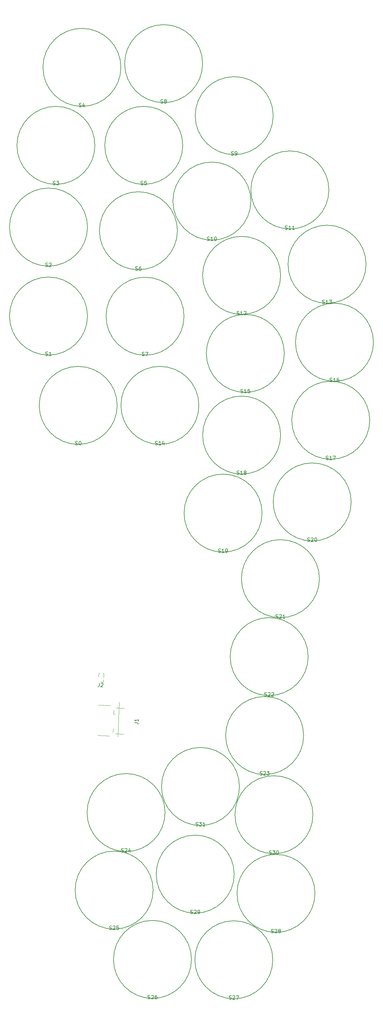
<source format=gto>
G04 #@! TF.GenerationSoftware,KiCad,Pcbnew,(5.0.0)*
G04 #@! TF.CreationDate,2020-01-29T13:44:41+01:00*
G04 #@! TF.ProjectId,Insole_PCB,496E736F6C655F5043422E6B69636164,rev?*
G04 #@! TF.SameCoordinates,Original*
G04 #@! TF.FileFunction,Legend,Top*
G04 #@! TF.FilePolarity,Positive*
%FSLAX46Y46*%
G04 Gerber Fmt 4.6, Leading zero omitted, Abs format (unit mm)*
G04 Created by KiCad (PCBNEW (5.0.0)) date 01/29/20 13:44:41*
%MOMM*%
%LPD*%
G01*
G04 APERTURE LIST*
%ADD10C,0.120000*%
%ADD11C,0.010000*%
%ADD12C,0.200000*%
%ADD13C,0.150000*%
G04 APERTURE END LIST*
D10*
G04 #@! TO.C,J2*
X187504977Y-193592519D02*
X186811670Y-193544038D01*
X187552760Y-192909188D02*
X187504977Y-193592519D01*
X186300442Y-192134944D02*
X186213929Y-192128895D01*
X187600543Y-192225856D02*
X187514030Y-192219807D01*
X186213929Y-192128895D02*
X186274966Y-191256026D01*
X187600543Y-192225856D02*
X187661580Y-191352988D01*
X186574741Y-191276989D02*
X186274966Y-191256026D01*
X187661580Y-191352988D02*
X187361805Y-191332026D01*
D11*
G04 #@! TO.C,J1*
X191037937Y-200592742D02*
X193186628Y-200667776D01*
X190747161Y-207486794D02*
X192945821Y-207563573D01*
X191420560Y-208260767D02*
X191746871Y-198916462D01*
D10*
X186213577Y-199773875D02*
X189441609Y-199886601D01*
X190328814Y-201128320D02*
X190291123Y-202207662D01*
X190144672Y-206114932D02*
X190106980Y-207194274D01*
X185927401Y-207968880D02*
X189155433Y-208081606D01*
X190291123Y-202207662D02*
X190720861Y-202222669D01*
D12*
G04 #@! TO.C,S0*
X191249453Y-119110707D02*
G75*
G03X191249453Y-119110707I-10500000J0D01*
G01*
G04 #@! TO.C,S1*
X183249453Y-95060707D02*
G75*
G03X183249453Y-95060707I-10500000J0D01*
G01*
G04 #@! TO.C,S2*
X183249453Y-71110707D02*
G75*
G03X183249453Y-71110707I-10500000J0D01*
G01*
G04 #@! TO.C,S3*
X185249453Y-49110707D02*
G75*
G03X185249453Y-49110707I-10500000J0D01*
G01*
G04 #@! TO.C,S4*
X192249453Y-28110707D02*
G75*
G03X192249453Y-28110707I-10500000J0D01*
G01*
G04 #@! TO.C,S5*
X208899453Y-49110707D02*
G75*
G03X208899453Y-49110707I-10500000J0D01*
G01*
G04 #@! TO.C,S6*
X207459453Y-72100707D02*
G75*
G03X207459453Y-72100707I-10500000J0D01*
G01*
G04 #@! TO.C,S7*
X209249453Y-95110707D02*
G75*
G03X209249453Y-95110707I-10500000J0D01*
G01*
G04 #@! TO.C,S8*
X214249453Y-27110707D02*
G75*
G03X214249453Y-27110707I-10500000J0D01*
G01*
G04 #@! TO.C,S9*
X233249453Y-41110707D02*
G75*
G03X233249453Y-41110707I-10500000J0D01*
G01*
G04 #@! TO.C,S10*
X227249453Y-64110707D02*
G75*
G03X227249453Y-64110707I-10500000J0D01*
G01*
G04 #@! TO.C,S11*
X248249453Y-61110707D02*
G75*
G03X248249453Y-61110707I-10500000J0D01*
G01*
G04 #@! TO.C,S12*
X235249453Y-84110707D02*
G75*
G03X235249453Y-84110707I-10500000J0D01*
G01*
G04 #@! TO.C,S13*
X258249453Y-81110707D02*
G75*
G03X258249453Y-81110707I-10500000J0D01*
G01*
G04 #@! TO.C,S14*
X213249453Y-119110707D02*
G75*
G03X213249453Y-119110707I-10500000J0D01*
G01*
G04 #@! TO.C,S15*
X236249453Y-105110707D02*
G75*
G03X236249453Y-105110707I-10500000J0D01*
G01*
G04 #@! TO.C,S16*
X260249453Y-102110707D02*
G75*
G03X260249453Y-102110707I-10500000J0D01*
G01*
G04 #@! TO.C,S17*
X259249453Y-123110707D02*
G75*
G03X259249453Y-123110707I-10500000J0D01*
G01*
G04 #@! TO.C,S18*
X235249453Y-127110707D02*
G75*
G03X235249453Y-127110707I-10500000J0D01*
G01*
G04 #@! TO.C,S19*
X230249453Y-148110707D02*
G75*
G03X230249453Y-148110707I-10500000J0D01*
G01*
G04 #@! TO.C,S20*
X254249453Y-145110707D02*
G75*
G03X254249453Y-145110707I-10500000J0D01*
G01*
G04 #@! TO.C,S21*
X245699453Y-165760707D02*
G75*
G03X245699453Y-165760707I-10500000J0D01*
G01*
G04 #@! TO.C,S22*
X242669453Y-186740707D02*
G75*
G03X242669453Y-186740707I-10500000J0D01*
G01*
G04 #@! TO.C,S23*
X241449453Y-207990707D02*
G75*
G03X241449453Y-207990707I-10500000J0D01*
G01*
G04 #@! TO.C,S24*
X204129453Y-228730707D02*
G75*
G03X204129453Y-228730707I-10500000J0D01*
G01*
G04 #@! TO.C,S25*
X200919453Y-249600707D02*
G75*
G03X200919453Y-249600707I-10500000J0D01*
G01*
G04 #@! TO.C,S26*
X211249453Y-268260707D02*
G75*
G03X211249453Y-268260707I-10500000J0D01*
G01*
G04 #@! TO.C,S27*
X233149453Y-268360707D02*
G75*
G03X233149453Y-268360707I-10500000J0D01*
G01*
G04 #@! TO.C,S28*
X244499453Y-250480707D02*
G75*
G03X244499453Y-250480707I-10500000J0D01*
G01*
G04 #@! TO.C,S29*
X222749453Y-245310707D02*
G75*
G03X222749453Y-245310707I-10500000J0D01*
G01*
G04 #@! TO.C,S30*
X243949453Y-229310707D02*
G75*
G03X243949453Y-229310707I-10500000J0D01*
G01*
G04 #@! TO.C,S31*
X224169453Y-221710707D02*
G75*
G03X224169453Y-221710707I-10500000J0D01*
G01*
G04 #@! TO.C,J2*
D13*
X186456311Y-193847369D02*
X186406485Y-194559915D01*
X186349017Y-194699102D01*
X186247367Y-194787465D01*
X186101536Y-194825003D01*
X186006530Y-194818359D01*
X186877195Y-193972271D02*
X186928020Y-193928090D01*
X187026348Y-193887230D01*
X187263863Y-193903839D01*
X187355547Y-193957985D01*
X187399729Y-194008810D01*
X187440588Y-194107138D01*
X187433945Y-194202144D01*
X187376476Y-194341331D01*
X186766579Y-194871507D01*
X187384119Y-194914690D01*
G04 #@! TO.C,J1*
X195905234Y-204548351D02*
X196619084Y-204573279D01*
X196760193Y-204625855D01*
X196852049Y-204724359D01*
X196894653Y-204868791D01*
X196891330Y-204963971D01*
X196939524Y-203583860D02*
X196919582Y-204154940D01*
X196929553Y-203869400D02*
X195930162Y-203834501D01*
X196069608Y-203934666D01*
X196161465Y-204033170D01*
X196205731Y-204130012D01*
G04 #@! TO.C,S0*
X179987548Y-129715468D02*
X180130405Y-129763087D01*
X180368500Y-129763087D01*
X180463738Y-129715468D01*
X180511357Y-129667849D01*
X180558976Y-129572611D01*
X180558976Y-129477373D01*
X180511357Y-129382135D01*
X180463738Y-129334516D01*
X180368500Y-129286897D01*
X180178024Y-129239278D01*
X180082786Y-129191659D01*
X180035167Y-129144040D01*
X179987548Y-129048802D01*
X179987548Y-128953564D01*
X180035167Y-128858326D01*
X180082786Y-128810707D01*
X180178024Y-128763087D01*
X180416119Y-128763087D01*
X180558976Y-128810707D01*
X181178024Y-128763087D02*
X181273262Y-128763087D01*
X181368500Y-128810707D01*
X181416119Y-128858326D01*
X181463738Y-128953564D01*
X181511357Y-129144040D01*
X181511357Y-129382135D01*
X181463738Y-129572611D01*
X181416119Y-129667849D01*
X181368500Y-129715468D01*
X181273262Y-129763087D01*
X181178024Y-129763087D01*
X181082786Y-129715468D01*
X181035167Y-129667849D01*
X180987548Y-129572611D01*
X180939929Y-129382135D01*
X180939929Y-129144040D01*
X180987548Y-128953564D01*
X181035167Y-128858326D01*
X181082786Y-128810707D01*
X181178024Y-128763087D01*
G04 #@! TO.C,S1*
X171987548Y-105665468D02*
X172130405Y-105713087D01*
X172368500Y-105713087D01*
X172463738Y-105665468D01*
X172511357Y-105617849D01*
X172558976Y-105522611D01*
X172558976Y-105427373D01*
X172511357Y-105332135D01*
X172463738Y-105284516D01*
X172368500Y-105236897D01*
X172178024Y-105189278D01*
X172082786Y-105141659D01*
X172035167Y-105094040D01*
X171987548Y-104998802D01*
X171987548Y-104903564D01*
X172035167Y-104808326D01*
X172082786Y-104760707D01*
X172178024Y-104713087D01*
X172416119Y-104713087D01*
X172558976Y-104760707D01*
X173511357Y-105713087D02*
X172939929Y-105713087D01*
X173225643Y-105713087D02*
X173225643Y-104713087D01*
X173130405Y-104855945D01*
X173035167Y-104951183D01*
X172939929Y-104998802D01*
G04 #@! TO.C,S2*
X171987548Y-81715468D02*
X172130405Y-81763087D01*
X172368500Y-81763087D01*
X172463738Y-81715468D01*
X172511357Y-81667849D01*
X172558976Y-81572611D01*
X172558976Y-81477373D01*
X172511357Y-81382135D01*
X172463738Y-81334516D01*
X172368500Y-81286897D01*
X172178024Y-81239278D01*
X172082786Y-81191659D01*
X172035167Y-81144040D01*
X171987548Y-81048802D01*
X171987548Y-80953564D01*
X172035167Y-80858326D01*
X172082786Y-80810707D01*
X172178024Y-80763087D01*
X172416119Y-80763087D01*
X172558976Y-80810707D01*
X172939929Y-80858326D02*
X172987548Y-80810707D01*
X173082786Y-80763087D01*
X173320881Y-80763087D01*
X173416119Y-80810707D01*
X173463738Y-80858326D01*
X173511357Y-80953564D01*
X173511357Y-81048802D01*
X173463738Y-81191659D01*
X172892310Y-81763087D01*
X173511357Y-81763087D01*
G04 #@! TO.C,S3*
X173987548Y-59715468D02*
X174130405Y-59763087D01*
X174368500Y-59763087D01*
X174463738Y-59715468D01*
X174511357Y-59667849D01*
X174558976Y-59572611D01*
X174558976Y-59477373D01*
X174511357Y-59382135D01*
X174463738Y-59334516D01*
X174368500Y-59286897D01*
X174178024Y-59239278D01*
X174082786Y-59191659D01*
X174035167Y-59144040D01*
X173987548Y-59048802D01*
X173987548Y-58953564D01*
X174035167Y-58858326D01*
X174082786Y-58810707D01*
X174178024Y-58763087D01*
X174416119Y-58763087D01*
X174558976Y-58810707D01*
X174892310Y-58763087D02*
X175511357Y-58763087D01*
X175178024Y-59144040D01*
X175320881Y-59144040D01*
X175416119Y-59191659D01*
X175463738Y-59239278D01*
X175511357Y-59334516D01*
X175511357Y-59572611D01*
X175463738Y-59667849D01*
X175416119Y-59715468D01*
X175320881Y-59763087D01*
X175035167Y-59763087D01*
X174939929Y-59715468D01*
X174892310Y-59667849D01*
G04 #@! TO.C,S4*
X180987548Y-38715468D02*
X181130405Y-38763087D01*
X181368500Y-38763087D01*
X181463738Y-38715468D01*
X181511357Y-38667849D01*
X181558976Y-38572611D01*
X181558976Y-38477373D01*
X181511357Y-38382135D01*
X181463738Y-38334516D01*
X181368500Y-38286897D01*
X181178024Y-38239278D01*
X181082786Y-38191659D01*
X181035167Y-38144040D01*
X180987548Y-38048802D01*
X180987548Y-37953564D01*
X181035167Y-37858326D01*
X181082786Y-37810707D01*
X181178024Y-37763087D01*
X181416119Y-37763087D01*
X181558976Y-37810707D01*
X182416119Y-38096421D02*
X182416119Y-38763087D01*
X182178024Y-37715468D02*
X181939929Y-38429754D01*
X182558976Y-38429754D01*
G04 #@! TO.C,S5*
X197637548Y-59715468D02*
X197780405Y-59763087D01*
X198018500Y-59763087D01*
X198113738Y-59715468D01*
X198161357Y-59667849D01*
X198208976Y-59572611D01*
X198208976Y-59477373D01*
X198161357Y-59382135D01*
X198113738Y-59334516D01*
X198018500Y-59286897D01*
X197828024Y-59239278D01*
X197732786Y-59191659D01*
X197685167Y-59144040D01*
X197637548Y-59048802D01*
X197637548Y-58953564D01*
X197685167Y-58858326D01*
X197732786Y-58810707D01*
X197828024Y-58763087D01*
X198066119Y-58763087D01*
X198208976Y-58810707D01*
X199113738Y-58763087D02*
X198637548Y-58763087D01*
X198589929Y-59239278D01*
X198637548Y-59191659D01*
X198732786Y-59144040D01*
X198970881Y-59144040D01*
X199066119Y-59191659D01*
X199113738Y-59239278D01*
X199161357Y-59334516D01*
X199161357Y-59572611D01*
X199113738Y-59667849D01*
X199066119Y-59715468D01*
X198970881Y-59763087D01*
X198732786Y-59763087D01*
X198637548Y-59715468D01*
X198589929Y-59667849D01*
G04 #@! TO.C,S6*
X196197548Y-82705468D02*
X196340405Y-82753087D01*
X196578500Y-82753087D01*
X196673738Y-82705468D01*
X196721357Y-82657849D01*
X196768976Y-82562611D01*
X196768976Y-82467373D01*
X196721357Y-82372135D01*
X196673738Y-82324516D01*
X196578500Y-82276897D01*
X196388024Y-82229278D01*
X196292786Y-82181659D01*
X196245167Y-82134040D01*
X196197548Y-82038802D01*
X196197548Y-81943564D01*
X196245167Y-81848326D01*
X196292786Y-81800707D01*
X196388024Y-81753087D01*
X196626119Y-81753087D01*
X196768976Y-81800707D01*
X197626119Y-81753087D02*
X197435643Y-81753087D01*
X197340405Y-81800707D01*
X197292786Y-81848326D01*
X197197548Y-81991183D01*
X197149929Y-82181659D01*
X197149929Y-82562611D01*
X197197548Y-82657849D01*
X197245167Y-82705468D01*
X197340405Y-82753087D01*
X197530881Y-82753087D01*
X197626119Y-82705468D01*
X197673738Y-82657849D01*
X197721357Y-82562611D01*
X197721357Y-82324516D01*
X197673738Y-82229278D01*
X197626119Y-82181659D01*
X197530881Y-82134040D01*
X197340405Y-82134040D01*
X197245167Y-82181659D01*
X197197548Y-82229278D01*
X197149929Y-82324516D01*
G04 #@! TO.C,S7*
X197987548Y-105715468D02*
X198130405Y-105763087D01*
X198368500Y-105763087D01*
X198463738Y-105715468D01*
X198511357Y-105667849D01*
X198558976Y-105572611D01*
X198558976Y-105477373D01*
X198511357Y-105382135D01*
X198463738Y-105334516D01*
X198368500Y-105286897D01*
X198178024Y-105239278D01*
X198082786Y-105191659D01*
X198035167Y-105144040D01*
X197987548Y-105048802D01*
X197987548Y-104953564D01*
X198035167Y-104858326D01*
X198082786Y-104810707D01*
X198178024Y-104763087D01*
X198416119Y-104763087D01*
X198558976Y-104810707D01*
X198892310Y-104763087D02*
X199558976Y-104763087D01*
X199130405Y-105763087D01*
G04 #@! TO.C,S8*
X202987548Y-37715468D02*
X203130405Y-37763087D01*
X203368500Y-37763087D01*
X203463738Y-37715468D01*
X203511357Y-37667849D01*
X203558976Y-37572611D01*
X203558976Y-37477373D01*
X203511357Y-37382135D01*
X203463738Y-37334516D01*
X203368500Y-37286897D01*
X203178024Y-37239278D01*
X203082786Y-37191659D01*
X203035167Y-37144040D01*
X202987548Y-37048802D01*
X202987548Y-36953564D01*
X203035167Y-36858326D01*
X203082786Y-36810707D01*
X203178024Y-36763087D01*
X203416119Y-36763087D01*
X203558976Y-36810707D01*
X204130405Y-37191659D02*
X204035167Y-37144040D01*
X203987548Y-37096421D01*
X203939929Y-37001183D01*
X203939929Y-36953564D01*
X203987548Y-36858326D01*
X204035167Y-36810707D01*
X204130405Y-36763087D01*
X204320881Y-36763087D01*
X204416119Y-36810707D01*
X204463738Y-36858326D01*
X204511357Y-36953564D01*
X204511357Y-37001183D01*
X204463738Y-37096421D01*
X204416119Y-37144040D01*
X204320881Y-37191659D01*
X204130405Y-37191659D01*
X204035167Y-37239278D01*
X203987548Y-37286897D01*
X203939929Y-37382135D01*
X203939929Y-37572611D01*
X203987548Y-37667849D01*
X204035167Y-37715468D01*
X204130405Y-37763087D01*
X204320881Y-37763087D01*
X204416119Y-37715468D01*
X204463738Y-37667849D01*
X204511357Y-37572611D01*
X204511357Y-37382135D01*
X204463738Y-37286897D01*
X204416119Y-37239278D01*
X204320881Y-37191659D01*
G04 #@! TO.C,S9*
X221987548Y-51715468D02*
X222130405Y-51763087D01*
X222368500Y-51763087D01*
X222463738Y-51715468D01*
X222511357Y-51667849D01*
X222558976Y-51572611D01*
X222558976Y-51477373D01*
X222511357Y-51382135D01*
X222463738Y-51334516D01*
X222368500Y-51286897D01*
X222178024Y-51239278D01*
X222082786Y-51191659D01*
X222035167Y-51144040D01*
X221987548Y-51048802D01*
X221987548Y-50953564D01*
X222035167Y-50858326D01*
X222082786Y-50810707D01*
X222178024Y-50763087D01*
X222416119Y-50763087D01*
X222558976Y-50810707D01*
X223035167Y-51763087D02*
X223225643Y-51763087D01*
X223320881Y-51715468D01*
X223368500Y-51667849D01*
X223463738Y-51524992D01*
X223511357Y-51334516D01*
X223511357Y-50953564D01*
X223463738Y-50858326D01*
X223416119Y-50810707D01*
X223320881Y-50763087D01*
X223130405Y-50763087D01*
X223035167Y-50810707D01*
X222987548Y-50858326D01*
X222939929Y-50953564D01*
X222939929Y-51191659D01*
X222987548Y-51286897D01*
X223035167Y-51334516D01*
X223130405Y-51382135D01*
X223320881Y-51382135D01*
X223416119Y-51334516D01*
X223463738Y-51286897D01*
X223511357Y-51191659D01*
G04 #@! TO.C,S10*
X215511357Y-74715468D02*
X215654214Y-74763087D01*
X215892310Y-74763087D01*
X215987548Y-74715468D01*
X216035167Y-74667849D01*
X216082786Y-74572611D01*
X216082786Y-74477373D01*
X216035167Y-74382135D01*
X215987548Y-74334516D01*
X215892310Y-74286897D01*
X215701833Y-74239278D01*
X215606595Y-74191659D01*
X215558976Y-74144040D01*
X215511357Y-74048802D01*
X215511357Y-73953564D01*
X215558976Y-73858326D01*
X215606595Y-73810707D01*
X215701833Y-73763087D01*
X215939929Y-73763087D01*
X216082786Y-73810707D01*
X217035167Y-74763087D02*
X216463738Y-74763087D01*
X216749453Y-74763087D02*
X216749453Y-73763087D01*
X216654214Y-73905945D01*
X216558976Y-74001183D01*
X216463738Y-74048802D01*
X217654214Y-73763087D02*
X217749453Y-73763087D01*
X217844691Y-73810707D01*
X217892310Y-73858326D01*
X217939929Y-73953564D01*
X217987548Y-74144040D01*
X217987548Y-74382135D01*
X217939929Y-74572611D01*
X217892310Y-74667849D01*
X217844691Y-74715468D01*
X217749453Y-74763087D01*
X217654214Y-74763087D01*
X217558976Y-74715468D01*
X217511357Y-74667849D01*
X217463738Y-74572611D01*
X217416119Y-74382135D01*
X217416119Y-74144040D01*
X217463738Y-73953564D01*
X217511357Y-73858326D01*
X217558976Y-73810707D01*
X217654214Y-73763087D01*
G04 #@! TO.C,S11*
X236511357Y-71715468D02*
X236654214Y-71763087D01*
X236892310Y-71763087D01*
X236987548Y-71715468D01*
X237035167Y-71667849D01*
X237082786Y-71572611D01*
X237082786Y-71477373D01*
X237035167Y-71382135D01*
X236987548Y-71334516D01*
X236892310Y-71286897D01*
X236701833Y-71239278D01*
X236606595Y-71191659D01*
X236558976Y-71144040D01*
X236511357Y-71048802D01*
X236511357Y-70953564D01*
X236558976Y-70858326D01*
X236606595Y-70810707D01*
X236701833Y-70763087D01*
X236939929Y-70763087D01*
X237082786Y-70810707D01*
X238035167Y-71763087D02*
X237463738Y-71763087D01*
X237749453Y-71763087D02*
X237749453Y-70763087D01*
X237654214Y-70905945D01*
X237558976Y-71001183D01*
X237463738Y-71048802D01*
X238987548Y-71763087D02*
X238416119Y-71763087D01*
X238701833Y-71763087D02*
X238701833Y-70763087D01*
X238606595Y-70905945D01*
X238511357Y-71001183D01*
X238416119Y-71048802D01*
G04 #@! TO.C,S12*
X223511357Y-94715468D02*
X223654214Y-94763087D01*
X223892310Y-94763087D01*
X223987548Y-94715468D01*
X224035167Y-94667849D01*
X224082786Y-94572611D01*
X224082786Y-94477373D01*
X224035167Y-94382135D01*
X223987548Y-94334516D01*
X223892310Y-94286897D01*
X223701833Y-94239278D01*
X223606595Y-94191659D01*
X223558976Y-94144040D01*
X223511357Y-94048802D01*
X223511357Y-93953564D01*
X223558976Y-93858326D01*
X223606595Y-93810707D01*
X223701833Y-93763087D01*
X223939929Y-93763087D01*
X224082786Y-93810707D01*
X225035167Y-94763087D02*
X224463738Y-94763087D01*
X224749453Y-94763087D02*
X224749453Y-93763087D01*
X224654214Y-93905945D01*
X224558976Y-94001183D01*
X224463738Y-94048802D01*
X225416119Y-93858326D02*
X225463738Y-93810707D01*
X225558976Y-93763087D01*
X225797072Y-93763087D01*
X225892310Y-93810707D01*
X225939929Y-93858326D01*
X225987548Y-93953564D01*
X225987548Y-94048802D01*
X225939929Y-94191659D01*
X225368500Y-94763087D01*
X225987548Y-94763087D01*
G04 #@! TO.C,S13*
X246511357Y-91715468D02*
X246654214Y-91763087D01*
X246892310Y-91763087D01*
X246987548Y-91715468D01*
X247035167Y-91667849D01*
X247082786Y-91572611D01*
X247082786Y-91477373D01*
X247035167Y-91382135D01*
X246987548Y-91334516D01*
X246892310Y-91286897D01*
X246701833Y-91239278D01*
X246606595Y-91191659D01*
X246558976Y-91144040D01*
X246511357Y-91048802D01*
X246511357Y-90953564D01*
X246558976Y-90858326D01*
X246606595Y-90810707D01*
X246701833Y-90763087D01*
X246939929Y-90763087D01*
X247082786Y-90810707D01*
X248035167Y-91763087D02*
X247463738Y-91763087D01*
X247749453Y-91763087D02*
X247749453Y-90763087D01*
X247654214Y-90905945D01*
X247558976Y-91001183D01*
X247463738Y-91048802D01*
X248368500Y-90763087D02*
X248987548Y-90763087D01*
X248654214Y-91144040D01*
X248797072Y-91144040D01*
X248892310Y-91191659D01*
X248939929Y-91239278D01*
X248987548Y-91334516D01*
X248987548Y-91572611D01*
X248939929Y-91667849D01*
X248892310Y-91715468D01*
X248797072Y-91763087D01*
X248511357Y-91763087D01*
X248416119Y-91715468D01*
X248368500Y-91667849D01*
G04 #@! TO.C,S14*
X201511357Y-129715468D02*
X201654214Y-129763087D01*
X201892310Y-129763087D01*
X201987548Y-129715468D01*
X202035167Y-129667849D01*
X202082786Y-129572611D01*
X202082786Y-129477373D01*
X202035167Y-129382135D01*
X201987548Y-129334516D01*
X201892310Y-129286897D01*
X201701833Y-129239278D01*
X201606595Y-129191659D01*
X201558976Y-129144040D01*
X201511357Y-129048802D01*
X201511357Y-128953564D01*
X201558976Y-128858326D01*
X201606595Y-128810707D01*
X201701833Y-128763087D01*
X201939929Y-128763087D01*
X202082786Y-128810707D01*
X203035167Y-129763087D02*
X202463738Y-129763087D01*
X202749453Y-129763087D02*
X202749453Y-128763087D01*
X202654214Y-128905945D01*
X202558976Y-129001183D01*
X202463738Y-129048802D01*
X203892310Y-129096421D02*
X203892310Y-129763087D01*
X203654214Y-128715468D02*
X203416119Y-129429754D01*
X204035167Y-129429754D01*
G04 #@! TO.C,S15*
X224511357Y-115715468D02*
X224654214Y-115763087D01*
X224892310Y-115763087D01*
X224987548Y-115715468D01*
X225035167Y-115667849D01*
X225082786Y-115572611D01*
X225082786Y-115477373D01*
X225035167Y-115382135D01*
X224987548Y-115334516D01*
X224892310Y-115286897D01*
X224701833Y-115239278D01*
X224606595Y-115191659D01*
X224558976Y-115144040D01*
X224511357Y-115048802D01*
X224511357Y-114953564D01*
X224558976Y-114858326D01*
X224606595Y-114810707D01*
X224701833Y-114763087D01*
X224939929Y-114763087D01*
X225082786Y-114810707D01*
X226035167Y-115763087D02*
X225463738Y-115763087D01*
X225749453Y-115763087D02*
X225749453Y-114763087D01*
X225654214Y-114905945D01*
X225558976Y-115001183D01*
X225463738Y-115048802D01*
X226939929Y-114763087D02*
X226463738Y-114763087D01*
X226416119Y-115239278D01*
X226463738Y-115191659D01*
X226558976Y-115144040D01*
X226797072Y-115144040D01*
X226892310Y-115191659D01*
X226939929Y-115239278D01*
X226987548Y-115334516D01*
X226987548Y-115572611D01*
X226939929Y-115667849D01*
X226892310Y-115715468D01*
X226797072Y-115763087D01*
X226558976Y-115763087D01*
X226463738Y-115715468D01*
X226416119Y-115667849D01*
G04 #@! TO.C,S16*
X248511357Y-112715468D02*
X248654214Y-112763087D01*
X248892310Y-112763087D01*
X248987548Y-112715468D01*
X249035167Y-112667849D01*
X249082786Y-112572611D01*
X249082786Y-112477373D01*
X249035167Y-112382135D01*
X248987548Y-112334516D01*
X248892310Y-112286897D01*
X248701833Y-112239278D01*
X248606595Y-112191659D01*
X248558976Y-112144040D01*
X248511357Y-112048802D01*
X248511357Y-111953564D01*
X248558976Y-111858326D01*
X248606595Y-111810707D01*
X248701833Y-111763087D01*
X248939929Y-111763087D01*
X249082786Y-111810707D01*
X250035167Y-112763087D02*
X249463738Y-112763087D01*
X249749453Y-112763087D02*
X249749453Y-111763087D01*
X249654214Y-111905945D01*
X249558976Y-112001183D01*
X249463738Y-112048802D01*
X250892310Y-111763087D02*
X250701833Y-111763087D01*
X250606595Y-111810707D01*
X250558976Y-111858326D01*
X250463738Y-112001183D01*
X250416119Y-112191659D01*
X250416119Y-112572611D01*
X250463738Y-112667849D01*
X250511357Y-112715468D01*
X250606595Y-112763087D01*
X250797072Y-112763087D01*
X250892310Y-112715468D01*
X250939929Y-112667849D01*
X250987548Y-112572611D01*
X250987548Y-112334516D01*
X250939929Y-112239278D01*
X250892310Y-112191659D01*
X250797072Y-112144040D01*
X250606595Y-112144040D01*
X250511357Y-112191659D01*
X250463738Y-112239278D01*
X250416119Y-112334516D01*
G04 #@! TO.C,S17*
X247511357Y-133715468D02*
X247654214Y-133763087D01*
X247892310Y-133763087D01*
X247987548Y-133715468D01*
X248035167Y-133667849D01*
X248082786Y-133572611D01*
X248082786Y-133477373D01*
X248035167Y-133382135D01*
X247987548Y-133334516D01*
X247892310Y-133286897D01*
X247701833Y-133239278D01*
X247606595Y-133191659D01*
X247558976Y-133144040D01*
X247511357Y-133048802D01*
X247511357Y-132953564D01*
X247558976Y-132858326D01*
X247606595Y-132810707D01*
X247701833Y-132763087D01*
X247939929Y-132763087D01*
X248082786Y-132810707D01*
X249035167Y-133763087D02*
X248463738Y-133763087D01*
X248749453Y-133763087D02*
X248749453Y-132763087D01*
X248654214Y-132905945D01*
X248558976Y-133001183D01*
X248463738Y-133048802D01*
X249368500Y-132763087D02*
X250035167Y-132763087D01*
X249606595Y-133763087D01*
G04 #@! TO.C,S18*
X223511357Y-137715468D02*
X223654214Y-137763087D01*
X223892310Y-137763087D01*
X223987548Y-137715468D01*
X224035167Y-137667849D01*
X224082786Y-137572611D01*
X224082786Y-137477373D01*
X224035167Y-137382135D01*
X223987548Y-137334516D01*
X223892310Y-137286897D01*
X223701833Y-137239278D01*
X223606595Y-137191659D01*
X223558976Y-137144040D01*
X223511357Y-137048802D01*
X223511357Y-136953564D01*
X223558976Y-136858326D01*
X223606595Y-136810707D01*
X223701833Y-136763087D01*
X223939929Y-136763087D01*
X224082786Y-136810707D01*
X225035167Y-137763087D02*
X224463738Y-137763087D01*
X224749453Y-137763087D02*
X224749453Y-136763087D01*
X224654214Y-136905945D01*
X224558976Y-137001183D01*
X224463738Y-137048802D01*
X225606595Y-137191659D02*
X225511357Y-137144040D01*
X225463738Y-137096421D01*
X225416119Y-137001183D01*
X225416119Y-136953564D01*
X225463738Y-136858326D01*
X225511357Y-136810707D01*
X225606595Y-136763087D01*
X225797072Y-136763087D01*
X225892310Y-136810707D01*
X225939929Y-136858326D01*
X225987548Y-136953564D01*
X225987548Y-137001183D01*
X225939929Y-137096421D01*
X225892310Y-137144040D01*
X225797072Y-137191659D01*
X225606595Y-137191659D01*
X225511357Y-137239278D01*
X225463738Y-137286897D01*
X225416119Y-137382135D01*
X225416119Y-137572611D01*
X225463738Y-137667849D01*
X225511357Y-137715468D01*
X225606595Y-137763087D01*
X225797072Y-137763087D01*
X225892310Y-137715468D01*
X225939929Y-137667849D01*
X225987548Y-137572611D01*
X225987548Y-137382135D01*
X225939929Y-137286897D01*
X225892310Y-137239278D01*
X225797072Y-137191659D01*
G04 #@! TO.C,S19*
X218511357Y-158715468D02*
X218654214Y-158763087D01*
X218892310Y-158763087D01*
X218987548Y-158715468D01*
X219035167Y-158667849D01*
X219082786Y-158572611D01*
X219082786Y-158477373D01*
X219035167Y-158382135D01*
X218987548Y-158334516D01*
X218892310Y-158286897D01*
X218701833Y-158239278D01*
X218606595Y-158191659D01*
X218558976Y-158144040D01*
X218511357Y-158048802D01*
X218511357Y-157953564D01*
X218558976Y-157858326D01*
X218606595Y-157810707D01*
X218701833Y-157763087D01*
X218939929Y-157763087D01*
X219082786Y-157810707D01*
X220035167Y-158763087D02*
X219463738Y-158763087D01*
X219749453Y-158763087D02*
X219749453Y-157763087D01*
X219654214Y-157905945D01*
X219558976Y-158001183D01*
X219463738Y-158048802D01*
X220511357Y-158763087D02*
X220701833Y-158763087D01*
X220797072Y-158715468D01*
X220844691Y-158667849D01*
X220939929Y-158524992D01*
X220987548Y-158334516D01*
X220987548Y-157953564D01*
X220939929Y-157858326D01*
X220892310Y-157810707D01*
X220797072Y-157763087D01*
X220606595Y-157763087D01*
X220511357Y-157810707D01*
X220463738Y-157858326D01*
X220416119Y-157953564D01*
X220416119Y-158191659D01*
X220463738Y-158286897D01*
X220511357Y-158334516D01*
X220606595Y-158382135D01*
X220797072Y-158382135D01*
X220892310Y-158334516D01*
X220939929Y-158286897D01*
X220987548Y-158191659D01*
G04 #@! TO.C,S20*
X242511357Y-155715468D02*
X242654214Y-155763087D01*
X242892310Y-155763087D01*
X242987548Y-155715468D01*
X243035167Y-155667849D01*
X243082786Y-155572611D01*
X243082786Y-155477373D01*
X243035167Y-155382135D01*
X242987548Y-155334516D01*
X242892310Y-155286897D01*
X242701833Y-155239278D01*
X242606595Y-155191659D01*
X242558976Y-155144040D01*
X242511357Y-155048802D01*
X242511357Y-154953564D01*
X242558976Y-154858326D01*
X242606595Y-154810707D01*
X242701833Y-154763087D01*
X242939929Y-154763087D01*
X243082786Y-154810707D01*
X243463738Y-154858326D02*
X243511357Y-154810707D01*
X243606595Y-154763087D01*
X243844691Y-154763087D01*
X243939929Y-154810707D01*
X243987548Y-154858326D01*
X244035167Y-154953564D01*
X244035167Y-155048802D01*
X243987548Y-155191659D01*
X243416119Y-155763087D01*
X244035167Y-155763087D01*
X244654214Y-154763087D02*
X244749453Y-154763087D01*
X244844691Y-154810707D01*
X244892310Y-154858326D01*
X244939929Y-154953564D01*
X244987548Y-155144040D01*
X244987548Y-155382135D01*
X244939929Y-155572611D01*
X244892310Y-155667849D01*
X244844691Y-155715468D01*
X244749453Y-155763087D01*
X244654214Y-155763087D01*
X244558976Y-155715468D01*
X244511357Y-155667849D01*
X244463738Y-155572611D01*
X244416119Y-155382135D01*
X244416119Y-155144040D01*
X244463738Y-154953564D01*
X244511357Y-154858326D01*
X244558976Y-154810707D01*
X244654214Y-154763087D01*
G04 #@! TO.C,S21*
X233961357Y-176365468D02*
X234104214Y-176413087D01*
X234342310Y-176413087D01*
X234437548Y-176365468D01*
X234485167Y-176317849D01*
X234532786Y-176222611D01*
X234532786Y-176127373D01*
X234485167Y-176032135D01*
X234437548Y-175984516D01*
X234342310Y-175936897D01*
X234151833Y-175889278D01*
X234056595Y-175841659D01*
X234008976Y-175794040D01*
X233961357Y-175698802D01*
X233961357Y-175603564D01*
X234008976Y-175508326D01*
X234056595Y-175460707D01*
X234151833Y-175413087D01*
X234389929Y-175413087D01*
X234532786Y-175460707D01*
X234913738Y-175508326D02*
X234961357Y-175460707D01*
X235056595Y-175413087D01*
X235294691Y-175413087D01*
X235389929Y-175460707D01*
X235437548Y-175508326D01*
X235485167Y-175603564D01*
X235485167Y-175698802D01*
X235437548Y-175841659D01*
X234866119Y-176413087D01*
X235485167Y-176413087D01*
X236437548Y-176413087D02*
X235866119Y-176413087D01*
X236151833Y-176413087D02*
X236151833Y-175413087D01*
X236056595Y-175555945D01*
X235961357Y-175651183D01*
X235866119Y-175698802D01*
G04 #@! TO.C,S22*
X230931357Y-197345468D02*
X231074214Y-197393087D01*
X231312310Y-197393087D01*
X231407548Y-197345468D01*
X231455167Y-197297849D01*
X231502786Y-197202611D01*
X231502786Y-197107373D01*
X231455167Y-197012135D01*
X231407548Y-196964516D01*
X231312310Y-196916897D01*
X231121833Y-196869278D01*
X231026595Y-196821659D01*
X230978976Y-196774040D01*
X230931357Y-196678802D01*
X230931357Y-196583564D01*
X230978976Y-196488326D01*
X231026595Y-196440707D01*
X231121833Y-196393087D01*
X231359929Y-196393087D01*
X231502786Y-196440707D01*
X231883738Y-196488326D02*
X231931357Y-196440707D01*
X232026595Y-196393087D01*
X232264691Y-196393087D01*
X232359929Y-196440707D01*
X232407548Y-196488326D01*
X232455167Y-196583564D01*
X232455167Y-196678802D01*
X232407548Y-196821659D01*
X231836119Y-197393087D01*
X232455167Y-197393087D01*
X232836119Y-196488326D02*
X232883738Y-196440707D01*
X232978976Y-196393087D01*
X233217072Y-196393087D01*
X233312310Y-196440707D01*
X233359929Y-196488326D01*
X233407548Y-196583564D01*
X233407548Y-196678802D01*
X233359929Y-196821659D01*
X232788500Y-197393087D01*
X233407548Y-197393087D01*
G04 #@! TO.C,S23*
X229711357Y-218595468D02*
X229854214Y-218643087D01*
X230092310Y-218643087D01*
X230187548Y-218595468D01*
X230235167Y-218547849D01*
X230282786Y-218452611D01*
X230282786Y-218357373D01*
X230235167Y-218262135D01*
X230187548Y-218214516D01*
X230092310Y-218166897D01*
X229901833Y-218119278D01*
X229806595Y-218071659D01*
X229758976Y-218024040D01*
X229711357Y-217928802D01*
X229711357Y-217833564D01*
X229758976Y-217738326D01*
X229806595Y-217690707D01*
X229901833Y-217643087D01*
X230139929Y-217643087D01*
X230282786Y-217690707D01*
X230663738Y-217738326D02*
X230711357Y-217690707D01*
X230806595Y-217643087D01*
X231044691Y-217643087D01*
X231139929Y-217690707D01*
X231187548Y-217738326D01*
X231235167Y-217833564D01*
X231235167Y-217928802D01*
X231187548Y-218071659D01*
X230616119Y-218643087D01*
X231235167Y-218643087D01*
X231568500Y-217643087D02*
X232187548Y-217643087D01*
X231854214Y-218024040D01*
X231997072Y-218024040D01*
X232092310Y-218071659D01*
X232139929Y-218119278D01*
X232187548Y-218214516D01*
X232187548Y-218452611D01*
X232139929Y-218547849D01*
X232092310Y-218595468D01*
X231997072Y-218643087D01*
X231711357Y-218643087D01*
X231616119Y-218595468D01*
X231568500Y-218547849D01*
G04 #@! TO.C,S24*
X192391357Y-239335468D02*
X192534214Y-239383087D01*
X192772310Y-239383087D01*
X192867548Y-239335468D01*
X192915167Y-239287849D01*
X192962786Y-239192611D01*
X192962786Y-239097373D01*
X192915167Y-239002135D01*
X192867548Y-238954516D01*
X192772310Y-238906897D01*
X192581833Y-238859278D01*
X192486595Y-238811659D01*
X192438976Y-238764040D01*
X192391357Y-238668802D01*
X192391357Y-238573564D01*
X192438976Y-238478326D01*
X192486595Y-238430707D01*
X192581833Y-238383087D01*
X192819929Y-238383087D01*
X192962786Y-238430707D01*
X193343738Y-238478326D02*
X193391357Y-238430707D01*
X193486595Y-238383087D01*
X193724691Y-238383087D01*
X193819929Y-238430707D01*
X193867548Y-238478326D01*
X193915167Y-238573564D01*
X193915167Y-238668802D01*
X193867548Y-238811659D01*
X193296119Y-239383087D01*
X193915167Y-239383087D01*
X194772310Y-238716421D02*
X194772310Y-239383087D01*
X194534214Y-238335468D02*
X194296119Y-239049754D01*
X194915167Y-239049754D01*
G04 #@! TO.C,S25*
X189181357Y-260205468D02*
X189324214Y-260253087D01*
X189562310Y-260253087D01*
X189657548Y-260205468D01*
X189705167Y-260157849D01*
X189752786Y-260062611D01*
X189752786Y-259967373D01*
X189705167Y-259872135D01*
X189657548Y-259824516D01*
X189562310Y-259776897D01*
X189371833Y-259729278D01*
X189276595Y-259681659D01*
X189228976Y-259634040D01*
X189181357Y-259538802D01*
X189181357Y-259443564D01*
X189228976Y-259348326D01*
X189276595Y-259300707D01*
X189371833Y-259253087D01*
X189609929Y-259253087D01*
X189752786Y-259300707D01*
X190133738Y-259348326D02*
X190181357Y-259300707D01*
X190276595Y-259253087D01*
X190514691Y-259253087D01*
X190609929Y-259300707D01*
X190657548Y-259348326D01*
X190705167Y-259443564D01*
X190705167Y-259538802D01*
X190657548Y-259681659D01*
X190086119Y-260253087D01*
X190705167Y-260253087D01*
X191609929Y-259253087D02*
X191133738Y-259253087D01*
X191086119Y-259729278D01*
X191133738Y-259681659D01*
X191228976Y-259634040D01*
X191467072Y-259634040D01*
X191562310Y-259681659D01*
X191609929Y-259729278D01*
X191657548Y-259824516D01*
X191657548Y-260062611D01*
X191609929Y-260157849D01*
X191562310Y-260205468D01*
X191467072Y-260253087D01*
X191228976Y-260253087D01*
X191133738Y-260205468D01*
X191086119Y-260157849D01*
G04 #@! TO.C,S26*
X199511357Y-278865468D02*
X199654214Y-278913087D01*
X199892310Y-278913087D01*
X199987548Y-278865468D01*
X200035167Y-278817849D01*
X200082786Y-278722611D01*
X200082786Y-278627373D01*
X200035167Y-278532135D01*
X199987548Y-278484516D01*
X199892310Y-278436897D01*
X199701833Y-278389278D01*
X199606595Y-278341659D01*
X199558976Y-278294040D01*
X199511357Y-278198802D01*
X199511357Y-278103564D01*
X199558976Y-278008326D01*
X199606595Y-277960707D01*
X199701833Y-277913087D01*
X199939929Y-277913087D01*
X200082786Y-277960707D01*
X200463738Y-278008326D02*
X200511357Y-277960707D01*
X200606595Y-277913087D01*
X200844691Y-277913087D01*
X200939929Y-277960707D01*
X200987548Y-278008326D01*
X201035167Y-278103564D01*
X201035167Y-278198802D01*
X200987548Y-278341659D01*
X200416119Y-278913087D01*
X201035167Y-278913087D01*
X201892310Y-277913087D02*
X201701833Y-277913087D01*
X201606595Y-277960707D01*
X201558976Y-278008326D01*
X201463738Y-278151183D01*
X201416119Y-278341659D01*
X201416119Y-278722611D01*
X201463738Y-278817849D01*
X201511357Y-278865468D01*
X201606595Y-278913087D01*
X201797072Y-278913087D01*
X201892310Y-278865468D01*
X201939929Y-278817849D01*
X201987548Y-278722611D01*
X201987548Y-278484516D01*
X201939929Y-278389278D01*
X201892310Y-278341659D01*
X201797072Y-278294040D01*
X201606595Y-278294040D01*
X201511357Y-278341659D01*
X201463738Y-278389278D01*
X201416119Y-278484516D01*
G04 #@! TO.C,S27*
X221411357Y-278965468D02*
X221554214Y-279013087D01*
X221792310Y-279013087D01*
X221887548Y-278965468D01*
X221935167Y-278917849D01*
X221982786Y-278822611D01*
X221982786Y-278727373D01*
X221935167Y-278632135D01*
X221887548Y-278584516D01*
X221792310Y-278536897D01*
X221601833Y-278489278D01*
X221506595Y-278441659D01*
X221458976Y-278394040D01*
X221411357Y-278298802D01*
X221411357Y-278203564D01*
X221458976Y-278108326D01*
X221506595Y-278060707D01*
X221601833Y-278013087D01*
X221839929Y-278013087D01*
X221982786Y-278060707D01*
X222363738Y-278108326D02*
X222411357Y-278060707D01*
X222506595Y-278013087D01*
X222744691Y-278013087D01*
X222839929Y-278060707D01*
X222887548Y-278108326D01*
X222935167Y-278203564D01*
X222935167Y-278298802D01*
X222887548Y-278441659D01*
X222316119Y-279013087D01*
X222935167Y-279013087D01*
X223268500Y-278013087D02*
X223935167Y-278013087D01*
X223506595Y-279013087D01*
G04 #@! TO.C,S28*
X232761357Y-261085468D02*
X232904214Y-261133087D01*
X233142310Y-261133087D01*
X233237548Y-261085468D01*
X233285167Y-261037849D01*
X233332786Y-260942611D01*
X233332786Y-260847373D01*
X233285167Y-260752135D01*
X233237548Y-260704516D01*
X233142310Y-260656897D01*
X232951833Y-260609278D01*
X232856595Y-260561659D01*
X232808976Y-260514040D01*
X232761357Y-260418802D01*
X232761357Y-260323564D01*
X232808976Y-260228326D01*
X232856595Y-260180707D01*
X232951833Y-260133087D01*
X233189929Y-260133087D01*
X233332786Y-260180707D01*
X233713738Y-260228326D02*
X233761357Y-260180707D01*
X233856595Y-260133087D01*
X234094691Y-260133087D01*
X234189929Y-260180707D01*
X234237548Y-260228326D01*
X234285167Y-260323564D01*
X234285167Y-260418802D01*
X234237548Y-260561659D01*
X233666119Y-261133087D01*
X234285167Y-261133087D01*
X234856595Y-260561659D02*
X234761357Y-260514040D01*
X234713738Y-260466421D01*
X234666119Y-260371183D01*
X234666119Y-260323564D01*
X234713738Y-260228326D01*
X234761357Y-260180707D01*
X234856595Y-260133087D01*
X235047072Y-260133087D01*
X235142310Y-260180707D01*
X235189929Y-260228326D01*
X235237548Y-260323564D01*
X235237548Y-260371183D01*
X235189929Y-260466421D01*
X235142310Y-260514040D01*
X235047072Y-260561659D01*
X234856595Y-260561659D01*
X234761357Y-260609278D01*
X234713738Y-260656897D01*
X234666119Y-260752135D01*
X234666119Y-260942611D01*
X234713738Y-261037849D01*
X234761357Y-261085468D01*
X234856595Y-261133087D01*
X235047072Y-261133087D01*
X235142310Y-261085468D01*
X235189929Y-261037849D01*
X235237548Y-260942611D01*
X235237548Y-260752135D01*
X235189929Y-260656897D01*
X235142310Y-260609278D01*
X235047072Y-260561659D01*
G04 #@! TO.C,S29*
X211011357Y-255915468D02*
X211154214Y-255963087D01*
X211392310Y-255963087D01*
X211487548Y-255915468D01*
X211535167Y-255867849D01*
X211582786Y-255772611D01*
X211582786Y-255677373D01*
X211535167Y-255582135D01*
X211487548Y-255534516D01*
X211392310Y-255486897D01*
X211201833Y-255439278D01*
X211106595Y-255391659D01*
X211058976Y-255344040D01*
X211011357Y-255248802D01*
X211011357Y-255153564D01*
X211058976Y-255058326D01*
X211106595Y-255010707D01*
X211201833Y-254963087D01*
X211439929Y-254963087D01*
X211582786Y-255010707D01*
X211963738Y-255058326D02*
X212011357Y-255010707D01*
X212106595Y-254963087D01*
X212344691Y-254963087D01*
X212439929Y-255010707D01*
X212487548Y-255058326D01*
X212535167Y-255153564D01*
X212535167Y-255248802D01*
X212487548Y-255391659D01*
X211916119Y-255963087D01*
X212535167Y-255963087D01*
X213011357Y-255963087D02*
X213201833Y-255963087D01*
X213297072Y-255915468D01*
X213344691Y-255867849D01*
X213439929Y-255724992D01*
X213487548Y-255534516D01*
X213487548Y-255153564D01*
X213439929Y-255058326D01*
X213392310Y-255010707D01*
X213297072Y-254963087D01*
X213106595Y-254963087D01*
X213011357Y-255010707D01*
X212963738Y-255058326D01*
X212916119Y-255153564D01*
X212916119Y-255391659D01*
X212963738Y-255486897D01*
X213011357Y-255534516D01*
X213106595Y-255582135D01*
X213297072Y-255582135D01*
X213392310Y-255534516D01*
X213439929Y-255486897D01*
X213487548Y-255391659D01*
G04 #@! TO.C,S30*
X232211357Y-239915468D02*
X232354214Y-239963087D01*
X232592310Y-239963087D01*
X232687548Y-239915468D01*
X232735167Y-239867849D01*
X232782786Y-239772611D01*
X232782786Y-239677373D01*
X232735167Y-239582135D01*
X232687548Y-239534516D01*
X232592310Y-239486897D01*
X232401833Y-239439278D01*
X232306595Y-239391659D01*
X232258976Y-239344040D01*
X232211357Y-239248802D01*
X232211357Y-239153564D01*
X232258976Y-239058326D01*
X232306595Y-239010707D01*
X232401833Y-238963087D01*
X232639929Y-238963087D01*
X232782786Y-239010707D01*
X233116119Y-238963087D02*
X233735167Y-238963087D01*
X233401833Y-239344040D01*
X233544691Y-239344040D01*
X233639929Y-239391659D01*
X233687548Y-239439278D01*
X233735167Y-239534516D01*
X233735167Y-239772611D01*
X233687548Y-239867849D01*
X233639929Y-239915468D01*
X233544691Y-239963087D01*
X233258976Y-239963087D01*
X233163738Y-239915468D01*
X233116119Y-239867849D01*
X234354214Y-238963087D02*
X234449453Y-238963087D01*
X234544691Y-239010707D01*
X234592310Y-239058326D01*
X234639929Y-239153564D01*
X234687548Y-239344040D01*
X234687548Y-239582135D01*
X234639929Y-239772611D01*
X234592310Y-239867849D01*
X234544691Y-239915468D01*
X234449453Y-239963087D01*
X234354214Y-239963087D01*
X234258976Y-239915468D01*
X234211357Y-239867849D01*
X234163738Y-239772611D01*
X234116119Y-239582135D01*
X234116119Y-239344040D01*
X234163738Y-239153564D01*
X234211357Y-239058326D01*
X234258976Y-239010707D01*
X234354214Y-238963087D01*
G04 #@! TO.C,S31*
X212431357Y-232315468D02*
X212574214Y-232363087D01*
X212812310Y-232363087D01*
X212907548Y-232315468D01*
X212955167Y-232267849D01*
X213002786Y-232172611D01*
X213002786Y-232077373D01*
X212955167Y-231982135D01*
X212907548Y-231934516D01*
X212812310Y-231886897D01*
X212621833Y-231839278D01*
X212526595Y-231791659D01*
X212478976Y-231744040D01*
X212431357Y-231648802D01*
X212431357Y-231553564D01*
X212478976Y-231458326D01*
X212526595Y-231410707D01*
X212621833Y-231363087D01*
X212859929Y-231363087D01*
X213002786Y-231410707D01*
X213336119Y-231363087D02*
X213955167Y-231363087D01*
X213621833Y-231744040D01*
X213764691Y-231744040D01*
X213859929Y-231791659D01*
X213907548Y-231839278D01*
X213955167Y-231934516D01*
X213955167Y-232172611D01*
X213907548Y-232267849D01*
X213859929Y-232315468D01*
X213764691Y-232363087D01*
X213478976Y-232363087D01*
X213383738Y-232315468D01*
X213336119Y-232267849D01*
X214907548Y-232363087D02*
X214336119Y-232363087D01*
X214621833Y-232363087D02*
X214621833Y-231363087D01*
X214526595Y-231505945D01*
X214431357Y-231601183D01*
X214336119Y-231648802D01*
G04 #@! TD*
M02*

</source>
